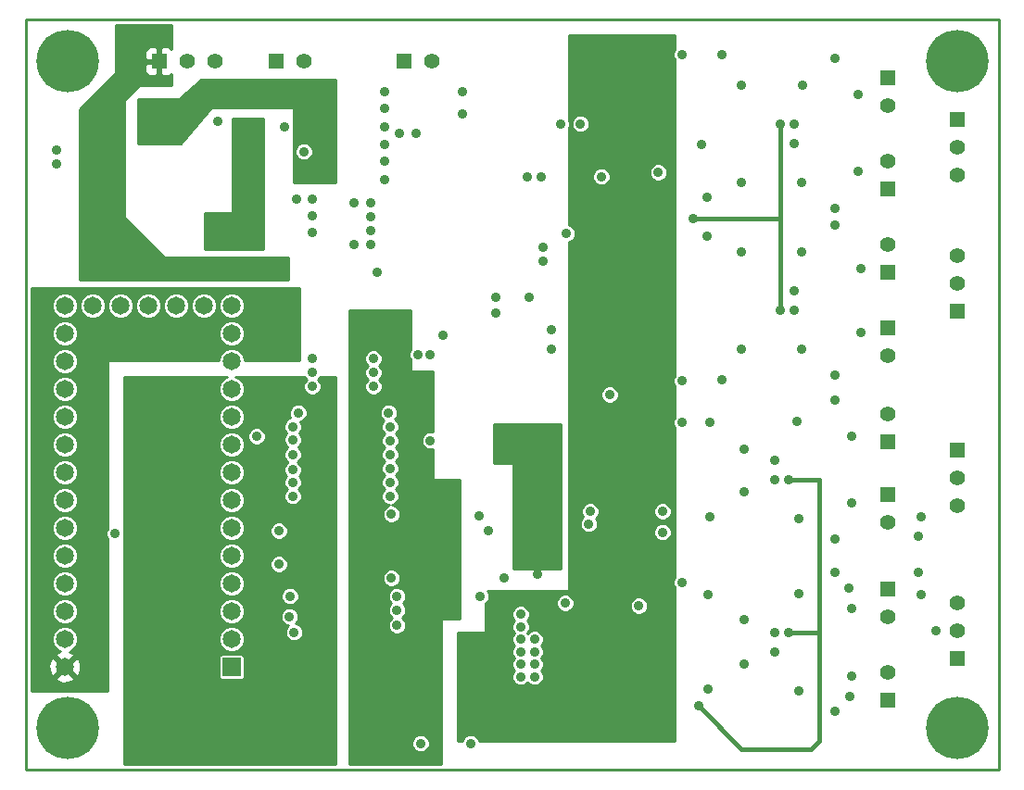
<source format=gbr>
G04 (created by PCBNEW (2013-07-07 BZR 4022)-stable) date 5/12/2015 8:03:53 AM*
%MOIN*%
G04 Gerber Fmt 3.4, Leading zero omitted, Abs format*
%FSLAX34Y34*%
G01*
G70*
G90*
G04 APERTURE LIST*
%ADD10C,0.006*%
%ADD11C,0.01*%
%ADD12C,0.035*%
%ADD13R,0.065X0.065*%
%ADD14C,0.065*%
%ADD15R,0.055X0.055*%
%ADD16C,0.055*%
%ADD17C,0.224409*%
%ADD18C,0.015*%
G04 APERTURE END LIST*
G54D10*
G54D11*
X38000Y-28000D02*
X73000Y-28000D01*
X38000Y-55000D02*
X38000Y-28000D01*
X73000Y-55000D02*
X38000Y-55000D01*
X73000Y-28000D02*
X73000Y-55000D01*
G54D12*
X55800Y-49850D03*
X55800Y-49400D03*
X55800Y-50300D03*
X55800Y-50750D03*
X55800Y-51650D03*
X55800Y-51200D03*
X56300Y-51200D03*
X56300Y-51650D03*
X56300Y-50750D03*
X56300Y-50300D03*
X56400Y-47950D03*
X56400Y-47050D03*
X56400Y-47500D03*
X56400Y-46150D03*
X56400Y-45700D03*
X56400Y-46600D03*
X56900Y-45150D03*
X42700Y-48800D03*
X42700Y-49300D03*
X42700Y-49800D03*
X42200Y-49800D03*
X42200Y-49300D03*
X42200Y-48800D03*
X56600Y-36700D03*
X56600Y-36200D03*
X57950Y-31750D03*
X57250Y-31750D03*
X50650Y-37100D03*
X56100Y-38000D03*
X56900Y-39850D03*
X56900Y-39150D03*
X50900Y-33100D03*
X50900Y-33750D03*
X52050Y-32100D03*
X51450Y-32100D03*
X50900Y-32500D03*
X50900Y-30600D03*
X50900Y-31200D03*
X50900Y-31850D03*
G54D13*
X45400Y-51300D03*
G54D14*
X45400Y-50300D03*
X45400Y-49300D03*
X45400Y-48300D03*
X45400Y-47300D03*
X45400Y-46300D03*
X45400Y-45300D03*
X45400Y-44300D03*
X45400Y-43300D03*
X45400Y-42300D03*
X45400Y-41300D03*
X45400Y-40300D03*
X45400Y-39300D03*
X45400Y-38300D03*
X44400Y-38300D03*
X43400Y-38300D03*
X42400Y-38300D03*
X41400Y-38300D03*
X40400Y-38300D03*
X39400Y-38300D03*
X39400Y-39300D03*
X39400Y-40300D03*
X39400Y-41300D03*
X39400Y-42300D03*
X39400Y-43300D03*
X39400Y-44300D03*
X39400Y-45300D03*
X39400Y-46300D03*
X39400Y-47300D03*
X39400Y-48300D03*
X39400Y-49300D03*
X39400Y-50300D03*
X39400Y-51300D03*
G54D15*
X42800Y-29500D03*
G54D16*
X43800Y-29500D03*
X44800Y-29500D03*
G54D15*
X71500Y-38500D03*
G54D16*
X71500Y-37500D03*
X71500Y-36500D03*
G54D15*
X71500Y-31600D03*
G54D16*
X71500Y-32600D03*
X71500Y-33600D03*
G54D15*
X71500Y-43500D03*
G54D16*
X71500Y-44500D03*
X71500Y-45500D03*
G54D15*
X71500Y-51000D03*
G54D16*
X71500Y-50000D03*
X71500Y-49000D03*
G54D15*
X47000Y-29500D03*
G54D16*
X48000Y-29500D03*
G54D15*
X51600Y-29500D03*
G54D16*
X52600Y-29500D03*
G54D15*
X69000Y-34092D03*
G54D16*
X69000Y-33107D03*
G54D15*
X69000Y-52492D03*
G54D16*
X69000Y-51507D03*
G54D15*
X69000Y-48507D03*
G54D16*
X69000Y-49492D03*
G54D15*
X69000Y-43192D03*
G54D16*
X69000Y-42207D03*
G54D15*
X69000Y-45107D03*
G54D16*
X69000Y-46092D03*
G54D15*
X69000Y-30107D03*
G54D16*
X69000Y-31092D03*
G54D15*
X69000Y-39107D03*
G54D16*
X69000Y-40092D03*
G54D15*
X69000Y-37092D03*
G54D16*
X69000Y-36107D03*
G54D12*
X48300Y-40700D03*
X48300Y-40200D03*
X48300Y-41200D03*
X50500Y-40200D03*
X50500Y-40700D03*
X50500Y-41200D03*
X45800Y-33600D03*
X45800Y-34200D03*
X45800Y-34800D03*
X44600Y-36000D03*
X45800Y-33000D03*
X45800Y-32400D03*
X45200Y-35200D03*
X44600Y-35200D03*
X45200Y-36000D03*
X45800Y-35400D03*
X45800Y-31800D03*
X45800Y-36000D03*
X48700Y-33200D03*
X48350Y-33600D03*
X49000Y-33600D03*
X47750Y-34450D03*
X48300Y-35050D03*
X48300Y-35650D03*
X48300Y-34450D03*
X50400Y-35600D03*
X50400Y-35100D03*
X49800Y-34600D03*
X50400Y-34600D03*
X49800Y-36100D03*
X50400Y-36100D03*
X46000Y-37100D03*
X46600Y-36700D03*
X47200Y-37100D03*
X48650Y-47000D03*
X48100Y-47000D03*
G54D17*
X71500Y-29500D03*
X71500Y-53500D03*
X39500Y-53500D03*
X39500Y-29500D03*
G54D12*
X39100Y-33200D03*
X39100Y-32700D03*
X42300Y-32100D03*
X42800Y-32100D03*
X43300Y-32100D03*
X42300Y-31100D03*
X42300Y-31600D03*
X53700Y-30600D03*
X53700Y-31400D03*
X54900Y-38550D03*
X54900Y-38000D03*
X51650Y-38700D03*
X51650Y-39200D03*
X52100Y-40050D03*
X52550Y-40050D03*
X50100Y-46950D03*
X50650Y-46950D03*
X52850Y-46850D03*
X53400Y-47400D03*
X52850Y-47400D03*
X56550Y-33650D03*
X56050Y-33650D03*
X58700Y-33650D03*
X57700Y-37050D03*
X58250Y-37050D03*
X58800Y-37050D03*
X46100Y-38600D03*
X46600Y-38600D03*
X47100Y-38600D03*
X41700Y-48800D03*
X41700Y-49300D03*
X41700Y-49800D03*
X54650Y-46400D03*
X56900Y-44250D03*
X56900Y-44700D03*
X52200Y-50350D03*
X50700Y-50850D03*
X60500Y-31900D03*
X61000Y-37750D03*
X60500Y-45100D03*
X60500Y-50900D03*
X58300Y-51100D03*
X59050Y-48950D03*
X54000Y-50400D03*
X52550Y-43150D03*
X54300Y-45850D03*
X51100Y-43150D03*
X67700Y-49186D03*
X67700Y-51613D03*
X63850Y-51200D03*
X63850Y-49600D03*
X65450Y-50050D03*
X62200Y-52700D03*
X65450Y-44550D03*
X67700Y-45400D03*
X67700Y-43000D03*
X63850Y-43450D03*
X60900Y-45700D03*
X63850Y-45000D03*
X60900Y-46450D03*
X68050Y-36950D03*
X68050Y-39250D03*
X60050Y-49100D03*
X62000Y-35150D03*
X65150Y-38450D03*
X65150Y-31750D03*
X60750Y-33500D03*
X62300Y-32500D03*
X67950Y-33450D03*
X67950Y-30700D03*
X51350Y-49250D03*
X54350Y-48750D03*
X51350Y-48750D03*
X57400Y-49000D03*
X51100Y-45150D03*
X51100Y-44650D03*
X51100Y-44150D03*
X51100Y-43650D03*
X55200Y-48100D03*
X51100Y-42650D03*
X48200Y-50850D03*
X47600Y-45150D03*
X47600Y-44650D03*
X46300Y-43000D03*
X47600Y-42650D03*
X41200Y-46500D03*
X47600Y-43113D03*
X47600Y-44200D03*
X47486Y-49486D03*
X47600Y-43650D03*
X47500Y-48750D03*
X47100Y-46400D03*
X47100Y-47600D03*
X47650Y-50050D03*
X47800Y-42150D03*
X70100Y-47900D03*
X70100Y-46600D03*
X59000Y-41500D03*
X61600Y-29250D03*
X63050Y-29250D03*
X67100Y-29400D03*
X67100Y-34800D03*
X65650Y-32450D03*
X62500Y-34400D03*
X62500Y-35800D03*
X61600Y-41000D03*
X63050Y-40950D03*
X65650Y-37750D03*
X67100Y-35400D03*
X67100Y-40800D03*
X67100Y-41700D03*
X67100Y-46700D03*
X64950Y-43845D03*
X62600Y-45900D03*
X62600Y-42500D03*
X61600Y-42500D03*
X70200Y-45900D03*
X70200Y-48700D03*
X67650Y-52350D03*
X67100Y-52900D03*
X67100Y-47900D03*
X67600Y-48450D03*
X62550Y-52100D03*
X62550Y-48700D03*
X61600Y-48250D03*
X64950Y-50754D03*
X54000Y-54050D03*
X52200Y-54050D03*
X56050Y-43800D03*
X56050Y-42800D03*
X55200Y-43800D03*
X55200Y-42800D03*
X51350Y-49800D03*
X51150Y-48100D03*
X51150Y-45800D03*
X51050Y-42150D03*
X48000Y-32750D03*
X44900Y-31650D03*
X64950Y-50050D03*
X65800Y-48650D03*
X65800Y-52150D03*
X64950Y-44550D03*
X65800Y-45950D03*
X65750Y-42450D03*
X65650Y-38450D03*
X65900Y-36350D03*
X65900Y-39850D03*
X63750Y-39850D03*
X63750Y-36350D03*
X65900Y-33850D03*
X65950Y-30350D03*
X63750Y-30350D03*
X63750Y-33850D03*
X65650Y-31750D03*
X70750Y-50000D03*
X58300Y-45700D03*
X58250Y-46150D03*
X47300Y-31850D03*
X57450Y-35700D03*
X53000Y-39350D03*
G54D18*
X66550Y-50050D02*
X65450Y-50050D01*
X62200Y-52700D02*
X63750Y-54250D01*
X65300Y-54250D02*
X66250Y-54250D01*
X66250Y-54250D02*
X66550Y-53950D01*
X66550Y-53950D02*
X66550Y-50050D01*
X66550Y-50050D02*
X66550Y-44550D01*
X66550Y-44550D02*
X65450Y-44550D01*
X63750Y-54250D02*
X65300Y-54250D01*
X65150Y-38450D02*
X65150Y-35150D01*
X62000Y-35150D02*
X65150Y-35150D01*
X65150Y-35150D02*
X65150Y-31750D01*
G54D10*
G36*
X46550Y-36250D02*
X44450Y-36250D01*
X44450Y-34950D01*
X45450Y-34950D01*
X45450Y-31550D01*
X46550Y-31550D01*
X46550Y-36250D01*
X46550Y-36250D01*
G37*
G54D11*
X46550Y-36250D02*
X44450Y-36250D01*
X44450Y-34950D01*
X45450Y-34950D01*
X45450Y-31550D01*
X46550Y-31550D01*
X46550Y-36250D01*
G54D10*
G36*
X47450Y-37350D02*
X39950Y-37350D01*
X39950Y-31600D01*
X39950Y-31220D01*
X41250Y-29920D01*
X41250Y-28600D01*
X41250Y-28200D01*
X43250Y-28200D01*
X43250Y-29046D01*
X43216Y-29012D01*
X43124Y-28974D01*
X42912Y-28975D01*
X42850Y-29037D01*
X42850Y-29450D01*
X42857Y-29450D01*
X42857Y-29550D01*
X42850Y-29550D01*
X42850Y-29962D01*
X42912Y-30025D01*
X43124Y-30025D01*
X43216Y-29987D01*
X43250Y-29953D01*
X43250Y-30350D01*
X42750Y-30350D01*
X42750Y-29962D01*
X42750Y-29550D01*
X42750Y-29450D01*
X42750Y-29037D01*
X42687Y-28975D01*
X42475Y-28974D01*
X42383Y-29012D01*
X42313Y-29083D01*
X42275Y-29175D01*
X42274Y-29274D01*
X42275Y-29387D01*
X42337Y-29450D01*
X42750Y-29450D01*
X42750Y-29550D01*
X42337Y-29550D01*
X42275Y-29612D01*
X42274Y-29725D01*
X42275Y-29824D01*
X42313Y-29916D01*
X42383Y-29987D01*
X42475Y-30025D01*
X42687Y-30025D01*
X42750Y-29962D01*
X42750Y-30350D01*
X42079Y-30350D01*
X41550Y-30879D01*
X41550Y-35120D01*
X42979Y-36550D01*
X47450Y-36550D01*
X47450Y-37350D01*
X47450Y-37350D01*
G37*
G54D11*
X47450Y-37350D02*
X39950Y-37350D01*
X39950Y-31600D01*
X39950Y-31220D01*
X41250Y-29920D01*
X41250Y-28600D01*
X41250Y-28200D01*
X43250Y-28200D01*
X43250Y-29046D01*
X43216Y-29012D01*
X43124Y-28974D01*
X42912Y-28975D01*
X42850Y-29037D01*
X42850Y-29450D01*
X42857Y-29450D01*
X42857Y-29550D01*
X42850Y-29550D01*
X42850Y-29962D01*
X42912Y-30025D01*
X43124Y-30025D01*
X43216Y-29987D01*
X43250Y-29953D01*
X43250Y-30350D01*
X42750Y-30350D01*
X42750Y-29962D01*
X42750Y-29550D01*
X42750Y-29450D01*
X42750Y-29037D01*
X42687Y-28975D01*
X42475Y-28974D01*
X42383Y-29012D01*
X42313Y-29083D01*
X42275Y-29175D01*
X42274Y-29274D01*
X42275Y-29387D01*
X42337Y-29450D01*
X42750Y-29450D01*
X42750Y-29550D01*
X42337Y-29550D01*
X42275Y-29612D01*
X42274Y-29725D01*
X42275Y-29824D01*
X42313Y-29916D01*
X42383Y-29987D01*
X42475Y-30025D01*
X42687Y-30025D01*
X42750Y-29962D01*
X42750Y-30350D01*
X42079Y-30350D01*
X41550Y-30879D01*
X41550Y-35120D01*
X42979Y-36550D01*
X47450Y-36550D01*
X47450Y-37350D01*
G54D10*
G36*
X49150Y-33850D02*
X48325Y-33850D01*
X48325Y-32685D01*
X48275Y-32566D01*
X48184Y-32474D01*
X48064Y-32425D01*
X47935Y-32424D01*
X47816Y-32474D01*
X47724Y-32565D01*
X47675Y-32685D01*
X47674Y-32814D01*
X47724Y-32933D01*
X47815Y-33025D01*
X47935Y-33074D01*
X48064Y-33075D01*
X48183Y-33025D01*
X48275Y-32934D01*
X48324Y-32814D01*
X48325Y-32685D01*
X48325Y-33850D01*
X47650Y-33850D01*
X47650Y-31150D01*
X44676Y-31150D01*
X43576Y-32450D01*
X42050Y-32450D01*
X42050Y-30850D01*
X43518Y-30850D01*
X44318Y-30150D01*
X49150Y-30150D01*
X49150Y-33850D01*
X49150Y-33850D01*
G37*
G54D11*
X49150Y-33850D02*
X48325Y-33850D01*
X48325Y-32685D01*
X48275Y-32566D01*
X48184Y-32474D01*
X48064Y-32425D01*
X47935Y-32424D01*
X47816Y-32474D01*
X47724Y-32565D01*
X47675Y-32685D01*
X47674Y-32814D01*
X47724Y-32933D01*
X47815Y-33025D01*
X47935Y-33074D01*
X48064Y-33075D01*
X48183Y-33025D01*
X48275Y-32934D01*
X48324Y-32814D01*
X48325Y-32685D01*
X48325Y-33850D01*
X47650Y-33850D01*
X47650Y-31150D01*
X44676Y-31150D01*
X43576Y-32450D01*
X42050Y-32450D01*
X42050Y-30850D01*
X43518Y-30850D01*
X44318Y-30150D01*
X49150Y-30150D01*
X49150Y-33850D01*
G54D10*
G36*
X53600Y-49550D02*
X52950Y-49550D01*
X52950Y-54800D01*
X52525Y-54800D01*
X52525Y-53985D01*
X52475Y-53866D01*
X52384Y-53774D01*
X52264Y-53725D01*
X52135Y-53724D01*
X52016Y-53774D01*
X51924Y-53865D01*
X51875Y-53985D01*
X51874Y-54114D01*
X51924Y-54233D01*
X52015Y-54325D01*
X52135Y-54374D01*
X52264Y-54375D01*
X52383Y-54325D01*
X52475Y-54234D01*
X52524Y-54114D01*
X52525Y-53985D01*
X52525Y-54800D01*
X51675Y-54800D01*
X51675Y-49735D01*
X51625Y-49616D01*
X51534Y-49524D01*
X51625Y-49434D01*
X51674Y-49314D01*
X51675Y-49185D01*
X51625Y-49066D01*
X51559Y-48999D01*
X51625Y-48934D01*
X51674Y-48814D01*
X51675Y-48685D01*
X51625Y-48566D01*
X51534Y-48474D01*
X51475Y-48450D01*
X51475Y-48035D01*
X51475Y-45735D01*
X51425Y-45616D01*
X51334Y-45524D01*
X51214Y-45475D01*
X51164Y-45475D01*
X51283Y-45425D01*
X51375Y-45334D01*
X51424Y-45214D01*
X51425Y-45085D01*
X51375Y-44966D01*
X51309Y-44899D01*
X51375Y-44834D01*
X51424Y-44714D01*
X51425Y-44585D01*
X51375Y-44466D01*
X51309Y-44399D01*
X51375Y-44334D01*
X51424Y-44214D01*
X51425Y-44085D01*
X51375Y-43966D01*
X51309Y-43899D01*
X51375Y-43834D01*
X51424Y-43714D01*
X51425Y-43585D01*
X51375Y-43466D01*
X51309Y-43399D01*
X51375Y-43334D01*
X51424Y-43214D01*
X51425Y-43085D01*
X51375Y-42966D01*
X51309Y-42899D01*
X51375Y-42834D01*
X51424Y-42714D01*
X51425Y-42585D01*
X51375Y-42466D01*
X51284Y-42374D01*
X51325Y-42334D01*
X51374Y-42214D01*
X51375Y-42085D01*
X51325Y-41966D01*
X51234Y-41874D01*
X51114Y-41825D01*
X50985Y-41824D01*
X50866Y-41874D01*
X50825Y-41915D01*
X50825Y-41135D01*
X50775Y-41016D01*
X50709Y-40949D01*
X50775Y-40884D01*
X50824Y-40764D01*
X50825Y-40635D01*
X50775Y-40516D01*
X50709Y-40449D01*
X50775Y-40384D01*
X50824Y-40264D01*
X50825Y-40135D01*
X50775Y-40016D01*
X50684Y-39924D01*
X50564Y-39875D01*
X50435Y-39874D01*
X50316Y-39924D01*
X50224Y-40015D01*
X50175Y-40135D01*
X50174Y-40264D01*
X50224Y-40383D01*
X50290Y-40450D01*
X50224Y-40515D01*
X50175Y-40635D01*
X50174Y-40764D01*
X50224Y-40883D01*
X50290Y-40950D01*
X50224Y-41015D01*
X50175Y-41135D01*
X50174Y-41264D01*
X50224Y-41383D01*
X50315Y-41475D01*
X50435Y-41524D01*
X50564Y-41525D01*
X50683Y-41475D01*
X50775Y-41384D01*
X50824Y-41264D01*
X50825Y-41135D01*
X50825Y-41915D01*
X50774Y-41965D01*
X50725Y-42085D01*
X50724Y-42214D01*
X50774Y-42333D01*
X50865Y-42425D01*
X50824Y-42465D01*
X50775Y-42585D01*
X50774Y-42714D01*
X50824Y-42833D01*
X50890Y-42900D01*
X50824Y-42965D01*
X50775Y-43085D01*
X50774Y-43214D01*
X50824Y-43333D01*
X50890Y-43400D01*
X50824Y-43465D01*
X50775Y-43585D01*
X50774Y-43714D01*
X50824Y-43833D01*
X50890Y-43900D01*
X50824Y-43965D01*
X50775Y-44085D01*
X50774Y-44214D01*
X50824Y-44333D01*
X50890Y-44400D01*
X50824Y-44465D01*
X50775Y-44585D01*
X50774Y-44714D01*
X50824Y-44833D01*
X50890Y-44900D01*
X50824Y-44965D01*
X50775Y-45085D01*
X50774Y-45214D01*
X50824Y-45333D01*
X50915Y-45425D01*
X51035Y-45474D01*
X51085Y-45474D01*
X50966Y-45524D01*
X50874Y-45615D01*
X50825Y-45735D01*
X50824Y-45864D01*
X50874Y-45983D01*
X50965Y-46075D01*
X51085Y-46124D01*
X51214Y-46125D01*
X51333Y-46075D01*
X51425Y-45984D01*
X51474Y-45864D01*
X51475Y-45735D01*
X51475Y-48035D01*
X51425Y-47916D01*
X51334Y-47824D01*
X51214Y-47775D01*
X51085Y-47774D01*
X50966Y-47824D01*
X50874Y-47915D01*
X50825Y-48035D01*
X50824Y-48164D01*
X50874Y-48283D01*
X50965Y-48375D01*
X51085Y-48424D01*
X51214Y-48425D01*
X51333Y-48375D01*
X51425Y-48284D01*
X51474Y-48164D01*
X51475Y-48035D01*
X51475Y-48450D01*
X51414Y-48425D01*
X51285Y-48424D01*
X51166Y-48474D01*
X51074Y-48565D01*
X51025Y-48685D01*
X51024Y-48814D01*
X51074Y-48933D01*
X51140Y-49000D01*
X51074Y-49065D01*
X51025Y-49185D01*
X51024Y-49314D01*
X51074Y-49433D01*
X51165Y-49525D01*
X51074Y-49615D01*
X51025Y-49735D01*
X51024Y-49864D01*
X51074Y-49983D01*
X51165Y-50075D01*
X51285Y-50124D01*
X51414Y-50125D01*
X51533Y-50075D01*
X51625Y-49984D01*
X51674Y-49864D01*
X51675Y-49735D01*
X51675Y-54800D01*
X49650Y-54800D01*
X49650Y-38450D01*
X51850Y-38450D01*
X51850Y-39840D01*
X51824Y-39865D01*
X51775Y-39985D01*
X51774Y-40114D01*
X51824Y-40233D01*
X51850Y-40259D01*
X51850Y-40650D01*
X52650Y-40650D01*
X52650Y-42839D01*
X52614Y-42825D01*
X52485Y-42824D01*
X52366Y-42874D01*
X52274Y-42965D01*
X52225Y-43085D01*
X52224Y-43214D01*
X52274Y-43333D01*
X52365Y-43425D01*
X52485Y-43474D01*
X52614Y-43475D01*
X52650Y-43460D01*
X52650Y-44550D01*
X53600Y-44550D01*
X53600Y-49550D01*
X53600Y-49550D01*
G37*
G54D11*
X53600Y-49550D02*
X52950Y-49550D01*
X52950Y-54800D01*
X52525Y-54800D01*
X52525Y-53985D01*
X52475Y-53866D01*
X52384Y-53774D01*
X52264Y-53725D01*
X52135Y-53724D01*
X52016Y-53774D01*
X51924Y-53865D01*
X51875Y-53985D01*
X51874Y-54114D01*
X51924Y-54233D01*
X52015Y-54325D01*
X52135Y-54374D01*
X52264Y-54375D01*
X52383Y-54325D01*
X52475Y-54234D01*
X52524Y-54114D01*
X52525Y-53985D01*
X52525Y-54800D01*
X51675Y-54800D01*
X51675Y-49735D01*
X51625Y-49616D01*
X51534Y-49524D01*
X51625Y-49434D01*
X51674Y-49314D01*
X51675Y-49185D01*
X51625Y-49066D01*
X51559Y-48999D01*
X51625Y-48934D01*
X51674Y-48814D01*
X51675Y-48685D01*
X51625Y-48566D01*
X51534Y-48474D01*
X51475Y-48450D01*
X51475Y-48035D01*
X51475Y-45735D01*
X51425Y-45616D01*
X51334Y-45524D01*
X51214Y-45475D01*
X51164Y-45475D01*
X51283Y-45425D01*
X51375Y-45334D01*
X51424Y-45214D01*
X51425Y-45085D01*
X51375Y-44966D01*
X51309Y-44899D01*
X51375Y-44834D01*
X51424Y-44714D01*
X51425Y-44585D01*
X51375Y-44466D01*
X51309Y-44399D01*
X51375Y-44334D01*
X51424Y-44214D01*
X51425Y-44085D01*
X51375Y-43966D01*
X51309Y-43899D01*
X51375Y-43834D01*
X51424Y-43714D01*
X51425Y-43585D01*
X51375Y-43466D01*
X51309Y-43399D01*
X51375Y-43334D01*
X51424Y-43214D01*
X51425Y-43085D01*
X51375Y-42966D01*
X51309Y-42899D01*
X51375Y-42834D01*
X51424Y-42714D01*
X51425Y-42585D01*
X51375Y-42466D01*
X51284Y-42374D01*
X51325Y-42334D01*
X51374Y-42214D01*
X51375Y-42085D01*
X51325Y-41966D01*
X51234Y-41874D01*
X51114Y-41825D01*
X50985Y-41824D01*
X50866Y-41874D01*
X50825Y-41915D01*
X50825Y-41135D01*
X50775Y-41016D01*
X50709Y-40949D01*
X50775Y-40884D01*
X50824Y-40764D01*
X50825Y-40635D01*
X50775Y-40516D01*
X50709Y-40449D01*
X50775Y-40384D01*
X50824Y-40264D01*
X50825Y-40135D01*
X50775Y-40016D01*
X50684Y-39924D01*
X50564Y-39875D01*
X50435Y-39874D01*
X50316Y-39924D01*
X50224Y-40015D01*
X50175Y-40135D01*
X50174Y-40264D01*
X50224Y-40383D01*
X50290Y-40450D01*
X50224Y-40515D01*
X50175Y-40635D01*
X50174Y-40764D01*
X50224Y-40883D01*
X50290Y-40950D01*
X50224Y-41015D01*
X50175Y-41135D01*
X50174Y-41264D01*
X50224Y-41383D01*
X50315Y-41475D01*
X50435Y-41524D01*
X50564Y-41525D01*
X50683Y-41475D01*
X50775Y-41384D01*
X50824Y-41264D01*
X50825Y-41135D01*
X50825Y-41915D01*
X50774Y-41965D01*
X50725Y-42085D01*
X50724Y-42214D01*
X50774Y-42333D01*
X50865Y-42425D01*
X50824Y-42465D01*
X50775Y-42585D01*
X50774Y-42714D01*
X50824Y-42833D01*
X50890Y-42900D01*
X50824Y-42965D01*
X50775Y-43085D01*
X50774Y-43214D01*
X50824Y-43333D01*
X50890Y-43400D01*
X50824Y-43465D01*
X50775Y-43585D01*
X50774Y-43714D01*
X50824Y-43833D01*
X50890Y-43900D01*
X50824Y-43965D01*
X50775Y-44085D01*
X50774Y-44214D01*
X50824Y-44333D01*
X50890Y-44400D01*
X50824Y-44465D01*
X50775Y-44585D01*
X50774Y-44714D01*
X50824Y-44833D01*
X50890Y-44900D01*
X50824Y-44965D01*
X50775Y-45085D01*
X50774Y-45214D01*
X50824Y-45333D01*
X50915Y-45425D01*
X51035Y-45474D01*
X51085Y-45474D01*
X50966Y-45524D01*
X50874Y-45615D01*
X50825Y-45735D01*
X50824Y-45864D01*
X50874Y-45983D01*
X50965Y-46075D01*
X51085Y-46124D01*
X51214Y-46125D01*
X51333Y-46075D01*
X51425Y-45984D01*
X51474Y-45864D01*
X51475Y-45735D01*
X51475Y-48035D01*
X51425Y-47916D01*
X51334Y-47824D01*
X51214Y-47775D01*
X51085Y-47774D01*
X50966Y-47824D01*
X50874Y-47915D01*
X50825Y-48035D01*
X50824Y-48164D01*
X50874Y-48283D01*
X50965Y-48375D01*
X51085Y-48424D01*
X51214Y-48425D01*
X51333Y-48375D01*
X51425Y-48284D01*
X51474Y-48164D01*
X51475Y-48035D01*
X51475Y-48450D01*
X51414Y-48425D01*
X51285Y-48424D01*
X51166Y-48474D01*
X51074Y-48565D01*
X51025Y-48685D01*
X51024Y-48814D01*
X51074Y-48933D01*
X51140Y-49000D01*
X51074Y-49065D01*
X51025Y-49185D01*
X51024Y-49314D01*
X51074Y-49433D01*
X51165Y-49525D01*
X51074Y-49615D01*
X51025Y-49735D01*
X51024Y-49864D01*
X51074Y-49983D01*
X51165Y-50075D01*
X51285Y-50124D01*
X51414Y-50125D01*
X51533Y-50075D01*
X51625Y-49984D01*
X51674Y-49864D01*
X51675Y-49735D01*
X51675Y-54800D01*
X49650Y-54800D01*
X49650Y-38450D01*
X51850Y-38450D01*
X51850Y-39840D01*
X51824Y-39865D01*
X51775Y-39985D01*
X51774Y-40114D01*
X51824Y-40233D01*
X51850Y-40259D01*
X51850Y-40650D01*
X52650Y-40650D01*
X52650Y-42839D01*
X52614Y-42825D01*
X52485Y-42824D01*
X52366Y-42874D01*
X52274Y-42965D01*
X52225Y-43085D01*
X52224Y-43214D01*
X52274Y-43333D01*
X52365Y-43425D01*
X52485Y-43474D01*
X52614Y-43475D01*
X52650Y-43460D01*
X52650Y-44550D01*
X53600Y-44550D01*
X53600Y-49550D01*
G54D10*
G36*
X61350Y-53950D02*
X61225Y-53950D01*
X61225Y-46385D01*
X61225Y-45635D01*
X61175Y-45516D01*
X61084Y-45424D01*
X61075Y-45420D01*
X61075Y-33435D01*
X61025Y-33316D01*
X60934Y-33224D01*
X60814Y-33175D01*
X60685Y-33174D01*
X60566Y-33224D01*
X60474Y-33315D01*
X60425Y-33435D01*
X60424Y-33564D01*
X60474Y-33683D01*
X60565Y-33775D01*
X60685Y-33824D01*
X60814Y-33825D01*
X60933Y-33775D01*
X61025Y-33684D01*
X61074Y-33564D01*
X61075Y-33435D01*
X61075Y-45420D01*
X60964Y-45375D01*
X60835Y-45374D01*
X60716Y-45424D01*
X60624Y-45515D01*
X60575Y-45635D01*
X60574Y-45764D01*
X60624Y-45883D01*
X60715Y-45975D01*
X60835Y-46024D01*
X60964Y-46025D01*
X61083Y-45975D01*
X61175Y-45884D01*
X61224Y-45764D01*
X61225Y-45635D01*
X61225Y-46385D01*
X61175Y-46266D01*
X61084Y-46174D01*
X60964Y-46125D01*
X60835Y-46124D01*
X60716Y-46174D01*
X60624Y-46265D01*
X60575Y-46385D01*
X60574Y-46514D01*
X60624Y-46633D01*
X60715Y-46725D01*
X60835Y-46774D01*
X60964Y-46775D01*
X61083Y-46725D01*
X61175Y-46634D01*
X61224Y-46514D01*
X61225Y-46385D01*
X61225Y-53950D01*
X60375Y-53950D01*
X60375Y-49035D01*
X60325Y-48916D01*
X60234Y-48824D01*
X60114Y-48775D01*
X59985Y-48774D01*
X59866Y-48824D01*
X59774Y-48915D01*
X59725Y-49035D01*
X59724Y-49164D01*
X59774Y-49283D01*
X59865Y-49375D01*
X59985Y-49424D01*
X60114Y-49425D01*
X60233Y-49375D01*
X60325Y-49284D01*
X60374Y-49164D01*
X60375Y-49035D01*
X60375Y-53950D01*
X59325Y-53950D01*
X59325Y-41435D01*
X59275Y-41316D01*
X59184Y-41224D01*
X59064Y-41175D01*
X59025Y-41175D01*
X59025Y-33585D01*
X58975Y-33466D01*
X58884Y-33374D01*
X58764Y-33325D01*
X58635Y-33324D01*
X58516Y-33374D01*
X58424Y-33465D01*
X58375Y-33585D01*
X58374Y-33714D01*
X58424Y-33833D01*
X58515Y-33925D01*
X58635Y-33974D01*
X58764Y-33975D01*
X58883Y-33925D01*
X58975Y-33834D01*
X59024Y-33714D01*
X59025Y-33585D01*
X59025Y-41175D01*
X58935Y-41174D01*
X58816Y-41224D01*
X58724Y-41315D01*
X58675Y-41435D01*
X58674Y-41564D01*
X58724Y-41683D01*
X58815Y-41775D01*
X58935Y-41824D01*
X59064Y-41825D01*
X59183Y-41775D01*
X59275Y-41684D01*
X59324Y-41564D01*
X59325Y-41435D01*
X59325Y-53950D01*
X58625Y-53950D01*
X58625Y-45635D01*
X58575Y-45516D01*
X58484Y-45424D01*
X58364Y-45375D01*
X58275Y-45374D01*
X58275Y-31685D01*
X58225Y-31566D01*
X58134Y-31474D01*
X58014Y-31425D01*
X57885Y-31424D01*
X57766Y-31474D01*
X57674Y-31565D01*
X57625Y-31685D01*
X57624Y-31814D01*
X57674Y-31933D01*
X57765Y-32025D01*
X57885Y-32074D01*
X58014Y-32075D01*
X58133Y-32025D01*
X58225Y-31934D01*
X58274Y-31814D01*
X58275Y-31685D01*
X58275Y-45374D01*
X58235Y-45374D01*
X58116Y-45424D01*
X58024Y-45515D01*
X57975Y-45635D01*
X57974Y-45764D01*
X58024Y-45883D01*
X58040Y-45899D01*
X57974Y-45965D01*
X57925Y-46085D01*
X57924Y-46214D01*
X57974Y-46333D01*
X58065Y-46425D01*
X58185Y-46474D01*
X58314Y-46475D01*
X58433Y-46425D01*
X58525Y-46334D01*
X58574Y-46214D01*
X58575Y-46085D01*
X58525Y-45966D01*
X58509Y-45950D01*
X58575Y-45884D01*
X58624Y-45764D01*
X58625Y-45635D01*
X58625Y-53950D01*
X57725Y-53950D01*
X57725Y-48935D01*
X57675Y-48816D01*
X57584Y-48724D01*
X57464Y-48675D01*
X57335Y-48674D01*
X57216Y-48724D01*
X57124Y-48815D01*
X57075Y-48935D01*
X57074Y-49064D01*
X57124Y-49183D01*
X57215Y-49275D01*
X57335Y-49324D01*
X57464Y-49325D01*
X57583Y-49275D01*
X57675Y-49184D01*
X57724Y-49064D01*
X57725Y-48935D01*
X57725Y-53950D01*
X56625Y-53950D01*
X56625Y-51585D01*
X56575Y-51466D01*
X56534Y-51425D01*
X56575Y-51384D01*
X56624Y-51264D01*
X56625Y-51135D01*
X56575Y-51016D01*
X56534Y-50975D01*
X56575Y-50934D01*
X56624Y-50814D01*
X56625Y-50685D01*
X56575Y-50566D01*
X56534Y-50525D01*
X56575Y-50484D01*
X56624Y-50364D01*
X56625Y-50235D01*
X56575Y-50116D01*
X56484Y-50024D01*
X56364Y-49975D01*
X56235Y-49974D01*
X56116Y-50024D01*
X56049Y-50090D01*
X56034Y-50075D01*
X56075Y-50034D01*
X56124Y-49914D01*
X56125Y-49785D01*
X56075Y-49666D01*
X56034Y-49625D01*
X56075Y-49584D01*
X56124Y-49464D01*
X56125Y-49335D01*
X56075Y-49216D01*
X55984Y-49124D01*
X55864Y-49075D01*
X55735Y-49074D01*
X55616Y-49124D01*
X55524Y-49215D01*
X55475Y-49335D01*
X55474Y-49464D01*
X55524Y-49583D01*
X55565Y-49624D01*
X55524Y-49665D01*
X55475Y-49785D01*
X55474Y-49914D01*
X55524Y-50033D01*
X55565Y-50074D01*
X55524Y-50115D01*
X55475Y-50235D01*
X55474Y-50364D01*
X55524Y-50483D01*
X55565Y-50524D01*
X55524Y-50565D01*
X55475Y-50685D01*
X55474Y-50814D01*
X55524Y-50933D01*
X55565Y-50974D01*
X55524Y-51015D01*
X55475Y-51135D01*
X55474Y-51264D01*
X55524Y-51383D01*
X55565Y-51424D01*
X55524Y-51465D01*
X55475Y-51585D01*
X55474Y-51714D01*
X55524Y-51833D01*
X55615Y-51925D01*
X55735Y-51974D01*
X55864Y-51975D01*
X55983Y-51925D01*
X56050Y-51859D01*
X56115Y-51925D01*
X56235Y-51974D01*
X56364Y-51975D01*
X56483Y-51925D01*
X56575Y-51834D01*
X56624Y-51714D01*
X56625Y-51585D01*
X56625Y-53950D01*
X54310Y-53950D01*
X54275Y-53866D01*
X54184Y-53774D01*
X54064Y-53725D01*
X53935Y-53724D01*
X53816Y-53774D01*
X53724Y-53865D01*
X53689Y-53950D01*
X53550Y-53950D01*
X53550Y-50050D01*
X54550Y-50050D01*
X54550Y-49009D01*
X54625Y-48934D01*
X54674Y-48814D01*
X54675Y-48685D01*
X54625Y-48566D01*
X54609Y-48550D01*
X57550Y-48550D01*
X57550Y-36010D01*
X57633Y-35975D01*
X57725Y-35884D01*
X57774Y-35764D01*
X57775Y-35635D01*
X57725Y-35516D01*
X57634Y-35424D01*
X57550Y-35389D01*
X57550Y-31874D01*
X57574Y-31814D01*
X57575Y-31685D01*
X57550Y-31624D01*
X57550Y-28550D01*
X61350Y-28550D01*
X61350Y-29040D01*
X61324Y-29065D01*
X61275Y-29185D01*
X61274Y-29314D01*
X61324Y-29433D01*
X61350Y-29459D01*
X61350Y-40790D01*
X61324Y-40815D01*
X61275Y-40935D01*
X61274Y-41064D01*
X61324Y-41183D01*
X61350Y-41209D01*
X61350Y-42290D01*
X61324Y-42315D01*
X61275Y-42435D01*
X61274Y-42564D01*
X61324Y-42683D01*
X61350Y-42709D01*
X61350Y-48040D01*
X61324Y-48065D01*
X61275Y-48185D01*
X61274Y-48314D01*
X61324Y-48433D01*
X61350Y-48459D01*
X61350Y-53950D01*
X61350Y-53950D01*
G37*
G54D11*
X61350Y-53950D02*
X61225Y-53950D01*
X61225Y-46385D01*
X61225Y-45635D01*
X61175Y-45516D01*
X61084Y-45424D01*
X61075Y-45420D01*
X61075Y-33435D01*
X61025Y-33316D01*
X60934Y-33224D01*
X60814Y-33175D01*
X60685Y-33174D01*
X60566Y-33224D01*
X60474Y-33315D01*
X60425Y-33435D01*
X60424Y-33564D01*
X60474Y-33683D01*
X60565Y-33775D01*
X60685Y-33824D01*
X60814Y-33825D01*
X60933Y-33775D01*
X61025Y-33684D01*
X61074Y-33564D01*
X61075Y-33435D01*
X61075Y-45420D01*
X60964Y-45375D01*
X60835Y-45374D01*
X60716Y-45424D01*
X60624Y-45515D01*
X60575Y-45635D01*
X60574Y-45764D01*
X60624Y-45883D01*
X60715Y-45975D01*
X60835Y-46024D01*
X60964Y-46025D01*
X61083Y-45975D01*
X61175Y-45884D01*
X61224Y-45764D01*
X61225Y-45635D01*
X61225Y-46385D01*
X61175Y-46266D01*
X61084Y-46174D01*
X60964Y-46125D01*
X60835Y-46124D01*
X60716Y-46174D01*
X60624Y-46265D01*
X60575Y-46385D01*
X60574Y-46514D01*
X60624Y-46633D01*
X60715Y-46725D01*
X60835Y-46774D01*
X60964Y-46775D01*
X61083Y-46725D01*
X61175Y-46634D01*
X61224Y-46514D01*
X61225Y-46385D01*
X61225Y-53950D01*
X60375Y-53950D01*
X60375Y-49035D01*
X60325Y-48916D01*
X60234Y-48824D01*
X60114Y-48775D01*
X59985Y-48774D01*
X59866Y-48824D01*
X59774Y-48915D01*
X59725Y-49035D01*
X59724Y-49164D01*
X59774Y-49283D01*
X59865Y-49375D01*
X59985Y-49424D01*
X60114Y-49425D01*
X60233Y-49375D01*
X60325Y-49284D01*
X60374Y-49164D01*
X60375Y-49035D01*
X60375Y-53950D01*
X59325Y-53950D01*
X59325Y-41435D01*
X59275Y-41316D01*
X59184Y-41224D01*
X59064Y-41175D01*
X59025Y-41175D01*
X59025Y-33585D01*
X58975Y-33466D01*
X58884Y-33374D01*
X58764Y-33325D01*
X58635Y-33324D01*
X58516Y-33374D01*
X58424Y-33465D01*
X58375Y-33585D01*
X58374Y-33714D01*
X58424Y-33833D01*
X58515Y-33925D01*
X58635Y-33974D01*
X58764Y-33975D01*
X58883Y-33925D01*
X58975Y-33834D01*
X59024Y-33714D01*
X59025Y-33585D01*
X59025Y-41175D01*
X58935Y-41174D01*
X58816Y-41224D01*
X58724Y-41315D01*
X58675Y-41435D01*
X58674Y-41564D01*
X58724Y-41683D01*
X58815Y-41775D01*
X58935Y-41824D01*
X59064Y-41825D01*
X59183Y-41775D01*
X59275Y-41684D01*
X59324Y-41564D01*
X59325Y-41435D01*
X59325Y-53950D01*
X58625Y-53950D01*
X58625Y-45635D01*
X58575Y-45516D01*
X58484Y-45424D01*
X58364Y-45375D01*
X58275Y-45374D01*
X58275Y-31685D01*
X58225Y-31566D01*
X58134Y-31474D01*
X58014Y-31425D01*
X57885Y-31424D01*
X57766Y-31474D01*
X57674Y-31565D01*
X57625Y-31685D01*
X57624Y-31814D01*
X57674Y-31933D01*
X57765Y-32025D01*
X57885Y-32074D01*
X58014Y-32075D01*
X58133Y-32025D01*
X58225Y-31934D01*
X58274Y-31814D01*
X58275Y-31685D01*
X58275Y-45374D01*
X58235Y-45374D01*
X58116Y-45424D01*
X58024Y-45515D01*
X57975Y-45635D01*
X57974Y-45764D01*
X58024Y-45883D01*
X58040Y-45899D01*
X57974Y-45965D01*
X57925Y-46085D01*
X57924Y-46214D01*
X57974Y-46333D01*
X58065Y-46425D01*
X58185Y-46474D01*
X58314Y-46475D01*
X58433Y-46425D01*
X58525Y-46334D01*
X58574Y-46214D01*
X58575Y-46085D01*
X58525Y-45966D01*
X58509Y-45950D01*
X58575Y-45884D01*
X58624Y-45764D01*
X58625Y-45635D01*
X58625Y-53950D01*
X57725Y-53950D01*
X57725Y-48935D01*
X57675Y-48816D01*
X57584Y-48724D01*
X57464Y-48675D01*
X57335Y-48674D01*
X57216Y-48724D01*
X57124Y-48815D01*
X57075Y-48935D01*
X57074Y-49064D01*
X57124Y-49183D01*
X57215Y-49275D01*
X57335Y-49324D01*
X57464Y-49325D01*
X57583Y-49275D01*
X57675Y-49184D01*
X57724Y-49064D01*
X57725Y-48935D01*
X57725Y-53950D01*
X56625Y-53950D01*
X56625Y-51585D01*
X56575Y-51466D01*
X56534Y-51425D01*
X56575Y-51384D01*
X56624Y-51264D01*
X56625Y-51135D01*
X56575Y-51016D01*
X56534Y-50975D01*
X56575Y-50934D01*
X56624Y-50814D01*
X56625Y-50685D01*
X56575Y-50566D01*
X56534Y-50525D01*
X56575Y-50484D01*
X56624Y-50364D01*
X56625Y-50235D01*
X56575Y-50116D01*
X56484Y-50024D01*
X56364Y-49975D01*
X56235Y-49974D01*
X56116Y-50024D01*
X56049Y-50090D01*
X56034Y-50075D01*
X56075Y-50034D01*
X56124Y-49914D01*
X56125Y-49785D01*
X56075Y-49666D01*
X56034Y-49625D01*
X56075Y-49584D01*
X56124Y-49464D01*
X56125Y-49335D01*
X56075Y-49216D01*
X55984Y-49124D01*
X55864Y-49075D01*
X55735Y-49074D01*
X55616Y-49124D01*
X55524Y-49215D01*
X55475Y-49335D01*
X55474Y-49464D01*
X55524Y-49583D01*
X55565Y-49624D01*
X55524Y-49665D01*
X55475Y-49785D01*
X55474Y-49914D01*
X55524Y-50033D01*
X55565Y-50074D01*
X55524Y-50115D01*
X55475Y-50235D01*
X55474Y-50364D01*
X55524Y-50483D01*
X55565Y-50524D01*
X55524Y-50565D01*
X55475Y-50685D01*
X55474Y-50814D01*
X55524Y-50933D01*
X55565Y-50974D01*
X55524Y-51015D01*
X55475Y-51135D01*
X55474Y-51264D01*
X55524Y-51383D01*
X55565Y-51424D01*
X55524Y-51465D01*
X55475Y-51585D01*
X55474Y-51714D01*
X55524Y-51833D01*
X55615Y-51925D01*
X55735Y-51974D01*
X55864Y-51975D01*
X55983Y-51925D01*
X56050Y-51859D01*
X56115Y-51925D01*
X56235Y-51974D01*
X56364Y-51975D01*
X56483Y-51925D01*
X56575Y-51834D01*
X56624Y-51714D01*
X56625Y-51585D01*
X56625Y-53950D01*
X54310Y-53950D01*
X54275Y-53866D01*
X54184Y-53774D01*
X54064Y-53725D01*
X53935Y-53724D01*
X53816Y-53774D01*
X53724Y-53865D01*
X53689Y-53950D01*
X53550Y-53950D01*
X53550Y-50050D01*
X54550Y-50050D01*
X54550Y-49009D01*
X54625Y-48934D01*
X54674Y-48814D01*
X54675Y-48685D01*
X54625Y-48566D01*
X54609Y-48550D01*
X57550Y-48550D01*
X57550Y-36010D01*
X57633Y-35975D01*
X57725Y-35884D01*
X57774Y-35764D01*
X57775Y-35635D01*
X57725Y-35516D01*
X57634Y-35424D01*
X57550Y-35389D01*
X57550Y-31874D01*
X57574Y-31814D01*
X57575Y-31685D01*
X57550Y-31624D01*
X57550Y-28550D01*
X61350Y-28550D01*
X61350Y-29040D01*
X61324Y-29065D01*
X61275Y-29185D01*
X61274Y-29314D01*
X61324Y-29433D01*
X61350Y-29459D01*
X61350Y-40790D01*
X61324Y-40815D01*
X61275Y-40935D01*
X61274Y-41064D01*
X61324Y-41183D01*
X61350Y-41209D01*
X61350Y-42290D01*
X61324Y-42315D01*
X61275Y-42435D01*
X61274Y-42564D01*
X61324Y-42683D01*
X61350Y-42709D01*
X61350Y-48040D01*
X61324Y-48065D01*
X61275Y-48185D01*
X61274Y-48314D01*
X61324Y-48433D01*
X61350Y-48459D01*
X61350Y-53950D01*
G54D10*
G36*
X47850Y-40250D02*
X45875Y-40250D01*
X45875Y-40205D01*
X45875Y-39205D01*
X45875Y-38205D01*
X45802Y-38031D01*
X45669Y-37897D01*
X45494Y-37825D01*
X45305Y-37824D01*
X45131Y-37897D01*
X44997Y-38030D01*
X44925Y-38205D01*
X44924Y-38394D01*
X44997Y-38568D01*
X45130Y-38702D01*
X45305Y-38774D01*
X45494Y-38775D01*
X45668Y-38702D01*
X45802Y-38569D01*
X45874Y-38394D01*
X45875Y-38205D01*
X45875Y-39205D01*
X45802Y-39031D01*
X45669Y-38897D01*
X45494Y-38825D01*
X45305Y-38824D01*
X45131Y-38897D01*
X44997Y-39030D01*
X44925Y-39205D01*
X44924Y-39394D01*
X44997Y-39568D01*
X45130Y-39702D01*
X45305Y-39774D01*
X45494Y-39775D01*
X45668Y-39702D01*
X45802Y-39569D01*
X45874Y-39394D01*
X45875Y-39205D01*
X45875Y-40205D01*
X45802Y-40031D01*
X45669Y-39897D01*
X45494Y-39825D01*
X45305Y-39824D01*
X45131Y-39897D01*
X44997Y-40030D01*
X44925Y-40205D01*
X44925Y-40250D01*
X44875Y-40250D01*
X44875Y-38205D01*
X44802Y-38031D01*
X44669Y-37897D01*
X44494Y-37825D01*
X44305Y-37824D01*
X44131Y-37897D01*
X43997Y-38030D01*
X43925Y-38205D01*
X43924Y-38394D01*
X43997Y-38568D01*
X44130Y-38702D01*
X44305Y-38774D01*
X44494Y-38775D01*
X44668Y-38702D01*
X44802Y-38569D01*
X44874Y-38394D01*
X44875Y-38205D01*
X44875Y-40250D01*
X43875Y-40250D01*
X43875Y-38205D01*
X43802Y-38031D01*
X43669Y-37897D01*
X43494Y-37825D01*
X43305Y-37824D01*
X43131Y-37897D01*
X42997Y-38030D01*
X42925Y-38205D01*
X42924Y-38394D01*
X42997Y-38568D01*
X43130Y-38702D01*
X43305Y-38774D01*
X43494Y-38775D01*
X43668Y-38702D01*
X43802Y-38569D01*
X43874Y-38394D01*
X43875Y-38205D01*
X43875Y-40250D01*
X42875Y-40250D01*
X42875Y-38205D01*
X42802Y-38031D01*
X42669Y-37897D01*
X42494Y-37825D01*
X42305Y-37824D01*
X42131Y-37897D01*
X41997Y-38030D01*
X41925Y-38205D01*
X41924Y-38394D01*
X41997Y-38568D01*
X42130Y-38702D01*
X42305Y-38774D01*
X42494Y-38775D01*
X42668Y-38702D01*
X42802Y-38569D01*
X42874Y-38394D01*
X42875Y-38205D01*
X42875Y-40250D01*
X41875Y-40250D01*
X41875Y-38205D01*
X41802Y-38031D01*
X41669Y-37897D01*
X41494Y-37825D01*
X41305Y-37824D01*
X41131Y-37897D01*
X40997Y-38030D01*
X40925Y-38205D01*
X40924Y-38394D01*
X40997Y-38568D01*
X41130Y-38702D01*
X41305Y-38774D01*
X41494Y-38775D01*
X41668Y-38702D01*
X41802Y-38569D01*
X41874Y-38394D01*
X41875Y-38205D01*
X41875Y-40250D01*
X40950Y-40250D01*
X40950Y-46290D01*
X40924Y-46315D01*
X40875Y-46435D01*
X40875Y-38205D01*
X40802Y-38031D01*
X40669Y-37897D01*
X40494Y-37825D01*
X40305Y-37824D01*
X40131Y-37897D01*
X39997Y-38030D01*
X39925Y-38205D01*
X39924Y-38394D01*
X39997Y-38568D01*
X40130Y-38702D01*
X40305Y-38774D01*
X40494Y-38775D01*
X40668Y-38702D01*
X40802Y-38569D01*
X40874Y-38394D01*
X40875Y-38205D01*
X40875Y-46435D01*
X40875Y-46435D01*
X40874Y-46564D01*
X40924Y-46683D01*
X40950Y-46709D01*
X40950Y-52150D01*
X39979Y-52150D01*
X39979Y-51387D01*
X39969Y-51159D01*
X39901Y-50997D01*
X39875Y-50988D01*
X39875Y-50205D01*
X39875Y-49205D01*
X39875Y-48205D01*
X39875Y-47205D01*
X39875Y-46205D01*
X39875Y-45205D01*
X39875Y-44205D01*
X39875Y-43205D01*
X39875Y-42205D01*
X39875Y-41205D01*
X39875Y-40205D01*
X39875Y-39205D01*
X39875Y-38205D01*
X39802Y-38031D01*
X39669Y-37897D01*
X39494Y-37825D01*
X39305Y-37824D01*
X39131Y-37897D01*
X38997Y-38030D01*
X38925Y-38205D01*
X38924Y-38394D01*
X38997Y-38568D01*
X39130Y-38702D01*
X39305Y-38774D01*
X39494Y-38775D01*
X39668Y-38702D01*
X39802Y-38569D01*
X39874Y-38394D01*
X39875Y-38205D01*
X39875Y-39205D01*
X39802Y-39031D01*
X39669Y-38897D01*
X39494Y-38825D01*
X39305Y-38824D01*
X39131Y-38897D01*
X38997Y-39030D01*
X38925Y-39205D01*
X38924Y-39394D01*
X38997Y-39568D01*
X39130Y-39702D01*
X39305Y-39774D01*
X39494Y-39775D01*
X39668Y-39702D01*
X39802Y-39569D01*
X39874Y-39394D01*
X39875Y-39205D01*
X39875Y-40205D01*
X39802Y-40031D01*
X39669Y-39897D01*
X39494Y-39825D01*
X39305Y-39824D01*
X39131Y-39897D01*
X38997Y-40030D01*
X38925Y-40205D01*
X38924Y-40394D01*
X38997Y-40568D01*
X39130Y-40702D01*
X39305Y-40774D01*
X39494Y-40775D01*
X39668Y-40702D01*
X39802Y-40569D01*
X39874Y-40394D01*
X39875Y-40205D01*
X39875Y-41205D01*
X39802Y-41031D01*
X39669Y-40897D01*
X39494Y-40825D01*
X39305Y-40824D01*
X39131Y-40897D01*
X38997Y-41030D01*
X38925Y-41205D01*
X38924Y-41394D01*
X38997Y-41568D01*
X39130Y-41702D01*
X39305Y-41774D01*
X39494Y-41775D01*
X39668Y-41702D01*
X39802Y-41569D01*
X39874Y-41394D01*
X39875Y-41205D01*
X39875Y-42205D01*
X39802Y-42031D01*
X39669Y-41897D01*
X39494Y-41825D01*
X39305Y-41824D01*
X39131Y-41897D01*
X38997Y-42030D01*
X38925Y-42205D01*
X38924Y-42394D01*
X38997Y-42568D01*
X39130Y-42702D01*
X39305Y-42774D01*
X39494Y-42775D01*
X39668Y-42702D01*
X39802Y-42569D01*
X39874Y-42394D01*
X39875Y-42205D01*
X39875Y-43205D01*
X39802Y-43031D01*
X39669Y-42897D01*
X39494Y-42825D01*
X39305Y-42824D01*
X39131Y-42897D01*
X38997Y-43030D01*
X38925Y-43205D01*
X38924Y-43394D01*
X38997Y-43568D01*
X39130Y-43702D01*
X39305Y-43774D01*
X39494Y-43775D01*
X39668Y-43702D01*
X39802Y-43569D01*
X39874Y-43394D01*
X39875Y-43205D01*
X39875Y-44205D01*
X39802Y-44031D01*
X39669Y-43897D01*
X39494Y-43825D01*
X39305Y-43824D01*
X39131Y-43897D01*
X38997Y-44030D01*
X38925Y-44205D01*
X38924Y-44394D01*
X38997Y-44568D01*
X39130Y-44702D01*
X39305Y-44774D01*
X39494Y-44775D01*
X39668Y-44702D01*
X39802Y-44569D01*
X39874Y-44394D01*
X39875Y-44205D01*
X39875Y-45205D01*
X39802Y-45031D01*
X39669Y-44897D01*
X39494Y-44825D01*
X39305Y-44824D01*
X39131Y-44897D01*
X38997Y-45030D01*
X38925Y-45205D01*
X38924Y-45394D01*
X38997Y-45568D01*
X39130Y-45702D01*
X39305Y-45774D01*
X39494Y-45775D01*
X39668Y-45702D01*
X39802Y-45569D01*
X39874Y-45394D01*
X39875Y-45205D01*
X39875Y-46205D01*
X39802Y-46031D01*
X39669Y-45897D01*
X39494Y-45825D01*
X39305Y-45824D01*
X39131Y-45897D01*
X38997Y-46030D01*
X38925Y-46205D01*
X38924Y-46394D01*
X38997Y-46568D01*
X39130Y-46702D01*
X39305Y-46774D01*
X39494Y-46775D01*
X39668Y-46702D01*
X39802Y-46569D01*
X39874Y-46394D01*
X39875Y-46205D01*
X39875Y-47205D01*
X39802Y-47031D01*
X39669Y-46897D01*
X39494Y-46825D01*
X39305Y-46824D01*
X39131Y-46897D01*
X38997Y-47030D01*
X38925Y-47205D01*
X38924Y-47394D01*
X38997Y-47568D01*
X39130Y-47702D01*
X39305Y-47774D01*
X39494Y-47775D01*
X39668Y-47702D01*
X39802Y-47569D01*
X39874Y-47394D01*
X39875Y-47205D01*
X39875Y-48205D01*
X39802Y-48031D01*
X39669Y-47897D01*
X39494Y-47825D01*
X39305Y-47824D01*
X39131Y-47897D01*
X38997Y-48030D01*
X38925Y-48205D01*
X38924Y-48394D01*
X38997Y-48568D01*
X39130Y-48702D01*
X39305Y-48774D01*
X39494Y-48775D01*
X39668Y-48702D01*
X39802Y-48569D01*
X39874Y-48394D01*
X39875Y-48205D01*
X39875Y-49205D01*
X39802Y-49031D01*
X39669Y-48897D01*
X39494Y-48825D01*
X39305Y-48824D01*
X39131Y-48897D01*
X38997Y-49030D01*
X38925Y-49205D01*
X38924Y-49394D01*
X38997Y-49568D01*
X39130Y-49702D01*
X39305Y-49774D01*
X39494Y-49775D01*
X39668Y-49702D01*
X39802Y-49569D01*
X39874Y-49394D01*
X39875Y-49205D01*
X39875Y-50205D01*
X39802Y-50031D01*
X39669Y-49897D01*
X39494Y-49825D01*
X39305Y-49824D01*
X39131Y-49897D01*
X38997Y-50030D01*
X38925Y-50205D01*
X38924Y-50394D01*
X38997Y-50568D01*
X39130Y-50702D01*
X39229Y-50743D01*
X39097Y-50798D01*
X39066Y-50895D01*
X39400Y-51229D01*
X39733Y-50895D01*
X39702Y-50798D01*
X39561Y-50747D01*
X39668Y-50702D01*
X39802Y-50569D01*
X39874Y-50394D01*
X39875Y-50205D01*
X39875Y-50988D01*
X39804Y-50966D01*
X39470Y-51300D01*
X39804Y-51633D01*
X39901Y-51602D01*
X39979Y-51387D01*
X39979Y-52150D01*
X39733Y-52150D01*
X39733Y-51704D01*
X39400Y-51370D01*
X39329Y-51441D01*
X39329Y-51300D01*
X38995Y-50966D01*
X38898Y-50997D01*
X38820Y-51212D01*
X38830Y-51440D01*
X38898Y-51602D01*
X38995Y-51633D01*
X39329Y-51300D01*
X39329Y-51441D01*
X39066Y-51704D01*
X39097Y-51801D01*
X39312Y-51879D01*
X39540Y-51869D01*
X39702Y-51801D01*
X39733Y-51704D01*
X39733Y-52150D01*
X38200Y-52150D01*
X38200Y-37650D01*
X47850Y-37650D01*
X47850Y-40250D01*
X47850Y-40250D01*
G37*
G54D11*
X47850Y-40250D02*
X45875Y-40250D01*
X45875Y-40205D01*
X45875Y-39205D01*
X45875Y-38205D01*
X45802Y-38031D01*
X45669Y-37897D01*
X45494Y-37825D01*
X45305Y-37824D01*
X45131Y-37897D01*
X44997Y-38030D01*
X44925Y-38205D01*
X44924Y-38394D01*
X44997Y-38568D01*
X45130Y-38702D01*
X45305Y-38774D01*
X45494Y-38775D01*
X45668Y-38702D01*
X45802Y-38569D01*
X45874Y-38394D01*
X45875Y-38205D01*
X45875Y-39205D01*
X45802Y-39031D01*
X45669Y-38897D01*
X45494Y-38825D01*
X45305Y-38824D01*
X45131Y-38897D01*
X44997Y-39030D01*
X44925Y-39205D01*
X44924Y-39394D01*
X44997Y-39568D01*
X45130Y-39702D01*
X45305Y-39774D01*
X45494Y-39775D01*
X45668Y-39702D01*
X45802Y-39569D01*
X45874Y-39394D01*
X45875Y-39205D01*
X45875Y-40205D01*
X45802Y-40031D01*
X45669Y-39897D01*
X45494Y-39825D01*
X45305Y-39824D01*
X45131Y-39897D01*
X44997Y-40030D01*
X44925Y-40205D01*
X44925Y-40250D01*
X44875Y-40250D01*
X44875Y-38205D01*
X44802Y-38031D01*
X44669Y-37897D01*
X44494Y-37825D01*
X44305Y-37824D01*
X44131Y-37897D01*
X43997Y-38030D01*
X43925Y-38205D01*
X43924Y-38394D01*
X43997Y-38568D01*
X44130Y-38702D01*
X44305Y-38774D01*
X44494Y-38775D01*
X44668Y-38702D01*
X44802Y-38569D01*
X44874Y-38394D01*
X44875Y-38205D01*
X44875Y-40250D01*
X43875Y-40250D01*
X43875Y-38205D01*
X43802Y-38031D01*
X43669Y-37897D01*
X43494Y-37825D01*
X43305Y-37824D01*
X43131Y-37897D01*
X42997Y-38030D01*
X42925Y-38205D01*
X42924Y-38394D01*
X42997Y-38568D01*
X43130Y-38702D01*
X43305Y-38774D01*
X43494Y-38775D01*
X43668Y-38702D01*
X43802Y-38569D01*
X43874Y-38394D01*
X43875Y-38205D01*
X43875Y-40250D01*
X42875Y-40250D01*
X42875Y-38205D01*
X42802Y-38031D01*
X42669Y-37897D01*
X42494Y-37825D01*
X42305Y-37824D01*
X42131Y-37897D01*
X41997Y-38030D01*
X41925Y-38205D01*
X41924Y-38394D01*
X41997Y-38568D01*
X42130Y-38702D01*
X42305Y-38774D01*
X42494Y-38775D01*
X42668Y-38702D01*
X42802Y-38569D01*
X42874Y-38394D01*
X42875Y-38205D01*
X42875Y-40250D01*
X41875Y-40250D01*
X41875Y-38205D01*
X41802Y-38031D01*
X41669Y-37897D01*
X41494Y-37825D01*
X41305Y-37824D01*
X41131Y-37897D01*
X40997Y-38030D01*
X40925Y-38205D01*
X40924Y-38394D01*
X40997Y-38568D01*
X41130Y-38702D01*
X41305Y-38774D01*
X41494Y-38775D01*
X41668Y-38702D01*
X41802Y-38569D01*
X41874Y-38394D01*
X41875Y-38205D01*
X41875Y-40250D01*
X40950Y-40250D01*
X40950Y-46290D01*
X40924Y-46315D01*
X40875Y-46435D01*
X40875Y-38205D01*
X40802Y-38031D01*
X40669Y-37897D01*
X40494Y-37825D01*
X40305Y-37824D01*
X40131Y-37897D01*
X39997Y-38030D01*
X39925Y-38205D01*
X39924Y-38394D01*
X39997Y-38568D01*
X40130Y-38702D01*
X40305Y-38774D01*
X40494Y-38775D01*
X40668Y-38702D01*
X40802Y-38569D01*
X40874Y-38394D01*
X40875Y-38205D01*
X40875Y-46435D01*
X40875Y-46435D01*
X40874Y-46564D01*
X40924Y-46683D01*
X40950Y-46709D01*
X40950Y-52150D01*
X39979Y-52150D01*
X39979Y-51387D01*
X39969Y-51159D01*
X39901Y-50997D01*
X39875Y-50988D01*
X39875Y-50205D01*
X39875Y-49205D01*
X39875Y-48205D01*
X39875Y-47205D01*
X39875Y-46205D01*
X39875Y-45205D01*
X39875Y-44205D01*
X39875Y-43205D01*
X39875Y-42205D01*
X39875Y-41205D01*
X39875Y-40205D01*
X39875Y-39205D01*
X39875Y-38205D01*
X39802Y-38031D01*
X39669Y-37897D01*
X39494Y-37825D01*
X39305Y-37824D01*
X39131Y-37897D01*
X38997Y-38030D01*
X38925Y-38205D01*
X38924Y-38394D01*
X38997Y-38568D01*
X39130Y-38702D01*
X39305Y-38774D01*
X39494Y-38775D01*
X39668Y-38702D01*
X39802Y-38569D01*
X39874Y-38394D01*
X39875Y-38205D01*
X39875Y-39205D01*
X39802Y-39031D01*
X39669Y-38897D01*
X39494Y-38825D01*
X39305Y-38824D01*
X39131Y-38897D01*
X38997Y-39030D01*
X38925Y-39205D01*
X38924Y-39394D01*
X38997Y-39568D01*
X39130Y-39702D01*
X39305Y-39774D01*
X39494Y-39775D01*
X39668Y-39702D01*
X39802Y-39569D01*
X39874Y-39394D01*
X39875Y-39205D01*
X39875Y-40205D01*
X39802Y-40031D01*
X39669Y-39897D01*
X39494Y-39825D01*
X39305Y-39824D01*
X39131Y-39897D01*
X38997Y-40030D01*
X38925Y-40205D01*
X38924Y-40394D01*
X38997Y-40568D01*
X39130Y-40702D01*
X39305Y-40774D01*
X39494Y-40775D01*
X39668Y-40702D01*
X39802Y-40569D01*
X39874Y-40394D01*
X39875Y-40205D01*
X39875Y-41205D01*
X39802Y-41031D01*
X39669Y-40897D01*
X39494Y-40825D01*
X39305Y-40824D01*
X39131Y-40897D01*
X38997Y-41030D01*
X38925Y-41205D01*
X38924Y-41394D01*
X38997Y-41568D01*
X39130Y-41702D01*
X39305Y-41774D01*
X39494Y-41775D01*
X39668Y-41702D01*
X39802Y-41569D01*
X39874Y-41394D01*
X39875Y-41205D01*
X39875Y-42205D01*
X39802Y-42031D01*
X39669Y-41897D01*
X39494Y-41825D01*
X39305Y-41824D01*
X39131Y-41897D01*
X38997Y-42030D01*
X38925Y-42205D01*
X38924Y-42394D01*
X38997Y-42568D01*
X39130Y-42702D01*
X39305Y-42774D01*
X39494Y-42775D01*
X39668Y-42702D01*
X39802Y-42569D01*
X39874Y-42394D01*
X39875Y-42205D01*
X39875Y-43205D01*
X39802Y-43031D01*
X39669Y-42897D01*
X39494Y-42825D01*
X39305Y-42824D01*
X39131Y-42897D01*
X38997Y-43030D01*
X38925Y-43205D01*
X38924Y-43394D01*
X38997Y-43568D01*
X39130Y-43702D01*
X39305Y-43774D01*
X39494Y-43775D01*
X39668Y-43702D01*
X39802Y-43569D01*
X39874Y-43394D01*
X39875Y-43205D01*
X39875Y-44205D01*
X39802Y-44031D01*
X39669Y-43897D01*
X39494Y-43825D01*
X39305Y-43824D01*
X39131Y-43897D01*
X38997Y-44030D01*
X38925Y-44205D01*
X38924Y-44394D01*
X38997Y-44568D01*
X39130Y-44702D01*
X39305Y-44774D01*
X39494Y-44775D01*
X39668Y-44702D01*
X39802Y-44569D01*
X39874Y-44394D01*
X39875Y-44205D01*
X39875Y-45205D01*
X39802Y-45031D01*
X39669Y-44897D01*
X39494Y-44825D01*
X39305Y-44824D01*
X39131Y-44897D01*
X38997Y-45030D01*
X38925Y-45205D01*
X38924Y-45394D01*
X38997Y-45568D01*
X39130Y-45702D01*
X39305Y-45774D01*
X39494Y-45775D01*
X39668Y-45702D01*
X39802Y-45569D01*
X39874Y-45394D01*
X39875Y-45205D01*
X39875Y-46205D01*
X39802Y-46031D01*
X39669Y-45897D01*
X39494Y-45825D01*
X39305Y-45824D01*
X39131Y-45897D01*
X38997Y-46030D01*
X38925Y-46205D01*
X38924Y-46394D01*
X38997Y-46568D01*
X39130Y-46702D01*
X39305Y-46774D01*
X39494Y-46775D01*
X39668Y-46702D01*
X39802Y-46569D01*
X39874Y-46394D01*
X39875Y-46205D01*
X39875Y-47205D01*
X39802Y-47031D01*
X39669Y-46897D01*
X39494Y-46825D01*
X39305Y-46824D01*
X39131Y-46897D01*
X38997Y-47030D01*
X38925Y-47205D01*
X38924Y-47394D01*
X38997Y-47568D01*
X39130Y-47702D01*
X39305Y-47774D01*
X39494Y-47775D01*
X39668Y-47702D01*
X39802Y-47569D01*
X39874Y-47394D01*
X39875Y-47205D01*
X39875Y-48205D01*
X39802Y-48031D01*
X39669Y-47897D01*
X39494Y-47825D01*
X39305Y-47824D01*
X39131Y-47897D01*
X38997Y-48030D01*
X38925Y-48205D01*
X38924Y-48394D01*
X38997Y-48568D01*
X39130Y-48702D01*
X39305Y-48774D01*
X39494Y-48775D01*
X39668Y-48702D01*
X39802Y-48569D01*
X39874Y-48394D01*
X39875Y-48205D01*
X39875Y-49205D01*
X39802Y-49031D01*
X39669Y-48897D01*
X39494Y-48825D01*
X39305Y-48824D01*
X39131Y-48897D01*
X38997Y-49030D01*
X38925Y-49205D01*
X38924Y-49394D01*
X38997Y-49568D01*
X39130Y-49702D01*
X39305Y-49774D01*
X39494Y-49775D01*
X39668Y-49702D01*
X39802Y-49569D01*
X39874Y-49394D01*
X39875Y-49205D01*
X39875Y-50205D01*
X39802Y-50031D01*
X39669Y-49897D01*
X39494Y-49825D01*
X39305Y-49824D01*
X39131Y-49897D01*
X38997Y-50030D01*
X38925Y-50205D01*
X38924Y-50394D01*
X38997Y-50568D01*
X39130Y-50702D01*
X39229Y-50743D01*
X39097Y-50798D01*
X39066Y-50895D01*
X39400Y-51229D01*
X39733Y-50895D01*
X39702Y-50798D01*
X39561Y-50747D01*
X39668Y-50702D01*
X39802Y-50569D01*
X39874Y-50394D01*
X39875Y-50205D01*
X39875Y-50988D01*
X39804Y-50966D01*
X39470Y-51300D01*
X39804Y-51633D01*
X39901Y-51602D01*
X39979Y-51387D01*
X39979Y-52150D01*
X39733Y-52150D01*
X39733Y-51704D01*
X39400Y-51370D01*
X39329Y-51441D01*
X39329Y-51300D01*
X38995Y-50966D01*
X38898Y-50997D01*
X38820Y-51212D01*
X38830Y-51440D01*
X38898Y-51602D01*
X38995Y-51633D01*
X39329Y-51300D01*
X39329Y-51441D01*
X39066Y-51704D01*
X39097Y-51801D01*
X39312Y-51879D01*
X39540Y-51869D01*
X39702Y-51801D01*
X39733Y-51704D01*
X39733Y-52150D01*
X38200Y-52150D01*
X38200Y-37650D01*
X47850Y-37650D01*
X47850Y-40250D01*
G54D10*
G36*
X49150Y-54800D02*
X48125Y-54800D01*
X48125Y-42085D01*
X48075Y-41966D01*
X47984Y-41874D01*
X47864Y-41825D01*
X47735Y-41824D01*
X47616Y-41874D01*
X47524Y-41965D01*
X47475Y-42085D01*
X47474Y-42214D01*
X47522Y-42330D01*
X47416Y-42374D01*
X47324Y-42465D01*
X47275Y-42585D01*
X47274Y-42714D01*
X47324Y-42833D01*
X47372Y-42881D01*
X47324Y-42929D01*
X47275Y-43048D01*
X47274Y-43177D01*
X47324Y-43297D01*
X47408Y-43381D01*
X47324Y-43465D01*
X47275Y-43585D01*
X47274Y-43714D01*
X47324Y-43833D01*
X47415Y-43925D01*
X47324Y-44015D01*
X47275Y-44135D01*
X47274Y-44264D01*
X47324Y-44383D01*
X47365Y-44424D01*
X47324Y-44465D01*
X47275Y-44585D01*
X47274Y-44714D01*
X47324Y-44833D01*
X47390Y-44900D01*
X47324Y-44965D01*
X47275Y-45085D01*
X47274Y-45214D01*
X47324Y-45333D01*
X47415Y-45425D01*
X47535Y-45474D01*
X47664Y-45475D01*
X47783Y-45425D01*
X47875Y-45334D01*
X47924Y-45214D01*
X47925Y-45085D01*
X47875Y-44966D01*
X47809Y-44899D01*
X47875Y-44834D01*
X47924Y-44714D01*
X47925Y-44585D01*
X47875Y-44466D01*
X47834Y-44425D01*
X47875Y-44384D01*
X47924Y-44264D01*
X47925Y-44135D01*
X47875Y-44016D01*
X47784Y-43924D01*
X47875Y-43834D01*
X47924Y-43714D01*
X47925Y-43585D01*
X47875Y-43466D01*
X47791Y-43381D01*
X47875Y-43297D01*
X47924Y-43178D01*
X47925Y-43049D01*
X47875Y-42929D01*
X47827Y-42881D01*
X47875Y-42834D01*
X47924Y-42714D01*
X47925Y-42585D01*
X47877Y-42469D01*
X47983Y-42425D01*
X48075Y-42334D01*
X48124Y-42214D01*
X48125Y-42085D01*
X48125Y-54800D01*
X47975Y-54800D01*
X47975Y-49985D01*
X47925Y-49866D01*
X47834Y-49774D01*
X47825Y-49770D01*
X47825Y-48685D01*
X47775Y-48566D01*
X47684Y-48474D01*
X47564Y-48425D01*
X47435Y-48424D01*
X47425Y-48429D01*
X47425Y-47535D01*
X47425Y-46335D01*
X47375Y-46216D01*
X47284Y-46124D01*
X47164Y-46075D01*
X47035Y-46074D01*
X46916Y-46124D01*
X46824Y-46215D01*
X46775Y-46335D01*
X46774Y-46464D01*
X46824Y-46583D01*
X46915Y-46675D01*
X47035Y-46724D01*
X47164Y-46725D01*
X47283Y-46675D01*
X47375Y-46584D01*
X47424Y-46464D01*
X47425Y-46335D01*
X47425Y-47535D01*
X47375Y-47416D01*
X47284Y-47324D01*
X47164Y-47275D01*
X47035Y-47274D01*
X46916Y-47324D01*
X46824Y-47415D01*
X46775Y-47535D01*
X46774Y-47664D01*
X46824Y-47783D01*
X46915Y-47875D01*
X47035Y-47924D01*
X47164Y-47925D01*
X47283Y-47875D01*
X47375Y-47784D01*
X47424Y-47664D01*
X47425Y-47535D01*
X47425Y-48429D01*
X47316Y-48474D01*
X47224Y-48565D01*
X47175Y-48685D01*
X47174Y-48814D01*
X47224Y-48933D01*
X47315Y-49025D01*
X47435Y-49074D01*
X47564Y-49075D01*
X47683Y-49025D01*
X47775Y-48934D01*
X47824Y-48814D01*
X47825Y-48685D01*
X47825Y-49770D01*
X47714Y-49725D01*
X47707Y-49725D01*
X47761Y-49670D01*
X47811Y-49551D01*
X47811Y-49422D01*
X47762Y-49302D01*
X47670Y-49211D01*
X47551Y-49161D01*
X47422Y-49161D01*
X47302Y-49210D01*
X47211Y-49302D01*
X47161Y-49421D01*
X47161Y-49550D01*
X47210Y-49670D01*
X47302Y-49761D01*
X47421Y-49811D01*
X47428Y-49811D01*
X47374Y-49865D01*
X47325Y-49985D01*
X47324Y-50114D01*
X47374Y-50233D01*
X47465Y-50325D01*
X47585Y-50374D01*
X47714Y-50375D01*
X47833Y-50325D01*
X47925Y-50234D01*
X47974Y-50114D01*
X47975Y-49985D01*
X47975Y-54800D01*
X46625Y-54800D01*
X46625Y-42935D01*
X46575Y-42816D01*
X46484Y-42724D01*
X46364Y-42675D01*
X46235Y-42674D01*
X46116Y-42724D01*
X46024Y-42815D01*
X45975Y-42935D01*
X45974Y-43064D01*
X46024Y-43183D01*
X46115Y-43275D01*
X46235Y-43324D01*
X46364Y-43325D01*
X46483Y-43275D01*
X46575Y-43184D01*
X46624Y-43064D01*
X46625Y-42935D01*
X46625Y-54800D01*
X45875Y-54800D01*
X45875Y-50205D01*
X45875Y-49205D01*
X45875Y-48205D01*
X45875Y-47205D01*
X45875Y-46205D01*
X45875Y-45205D01*
X45875Y-44205D01*
X45875Y-43205D01*
X45875Y-42205D01*
X45802Y-42031D01*
X45669Y-41897D01*
X45494Y-41825D01*
X45305Y-41824D01*
X45131Y-41897D01*
X44997Y-42030D01*
X44925Y-42205D01*
X44924Y-42394D01*
X44997Y-42568D01*
X45130Y-42702D01*
X45305Y-42774D01*
X45494Y-42775D01*
X45668Y-42702D01*
X45802Y-42569D01*
X45874Y-42394D01*
X45875Y-42205D01*
X45875Y-43205D01*
X45802Y-43031D01*
X45669Y-42897D01*
X45494Y-42825D01*
X45305Y-42824D01*
X45131Y-42897D01*
X44997Y-43030D01*
X44925Y-43205D01*
X44924Y-43394D01*
X44997Y-43568D01*
X45130Y-43702D01*
X45305Y-43774D01*
X45494Y-43775D01*
X45668Y-43702D01*
X45802Y-43569D01*
X45874Y-43394D01*
X45875Y-43205D01*
X45875Y-44205D01*
X45802Y-44031D01*
X45669Y-43897D01*
X45494Y-43825D01*
X45305Y-43824D01*
X45131Y-43897D01*
X44997Y-44030D01*
X44925Y-44205D01*
X44924Y-44394D01*
X44997Y-44568D01*
X45130Y-44702D01*
X45305Y-44774D01*
X45494Y-44775D01*
X45668Y-44702D01*
X45802Y-44569D01*
X45874Y-44394D01*
X45875Y-44205D01*
X45875Y-45205D01*
X45802Y-45031D01*
X45669Y-44897D01*
X45494Y-44825D01*
X45305Y-44824D01*
X45131Y-44897D01*
X44997Y-45030D01*
X44925Y-45205D01*
X44924Y-45394D01*
X44997Y-45568D01*
X45130Y-45702D01*
X45305Y-45774D01*
X45494Y-45775D01*
X45668Y-45702D01*
X45802Y-45569D01*
X45874Y-45394D01*
X45875Y-45205D01*
X45875Y-46205D01*
X45802Y-46031D01*
X45669Y-45897D01*
X45494Y-45825D01*
X45305Y-45824D01*
X45131Y-45897D01*
X44997Y-46030D01*
X44925Y-46205D01*
X44924Y-46394D01*
X44997Y-46568D01*
X45130Y-46702D01*
X45305Y-46774D01*
X45494Y-46775D01*
X45668Y-46702D01*
X45802Y-46569D01*
X45874Y-46394D01*
X45875Y-46205D01*
X45875Y-47205D01*
X45802Y-47031D01*
X45669Y-46897D01*
X45494Y-46825D01*
X45305Y-46824D01*
X45131Y-46897D01*
X44997Y-47030D01*
X44925Y-47205D01*
X44924Y-47394D01*
X44997Y-47568D01*
X45130Y-47702D01*
X45305Y-47774D01*
X45494Y-47775D01*
X45668Y-47702D01*
X45802Y-47569D01*
X45874Y-47394D01*
X45875Y-47205D01*
X45875Y-48205D01*
X45802Y-48031D01*
X45669Y-47897D01*
X45494Y-47825D01*
X45305Y-47824D01*
X45131Y-47897D01*
X44997Y-48030D01*
X44925Y-48205D01*
X44924Y-48394D01*
X44997Y-48568D01*
X45130Y-48702D01*
X45305Y-48774D01*
X45494Y-48775D01*
X45668Y-48702D01*
X45802Y-48569D01*
X45874Y-48394D01*
X45875Y-48205D01*
X45875Y-49205D01*
X45802Y-49031D01*
X45669Y-48897D01*
X45494Y-48825D01*
X45305Y-48824D01*
X45131Y-48897D01*
X44997Y-49030D01*
X44925Y-49205D01*
X44924Y-49394D01*
X44997Y-49568D01*
X45130Y-49702D01*
X45305Y-49774D01*
X45494Y-49775D01*
X45668Y-49702D01*
X45802Y-49569D01*
X45874Y-49394D01*
X45875Y-49205D01*
X45875Y-50205D01*
X45802Y-50031D01*
X45669Y-49897D01*
X45494Y-49825D01*
X45305Y-49824D01*
X45131Y-49897D01*
X44997Y-50030D01*
X44925Y-50205D01*
X44924Y-50394D01*
X44997Y-50568D01*
X45130Y-50702D01*
X45305Y-50774D01*
X45494Y-50775D01*
X45668Y-50702D01*
X45802Y-50569D01*
X45874Y-50394D01*
X45875Y-50205D01*
X45875Y-54800D01*
X45875Y-54800D01*
X45875Y-51595D01*
X45875Y-50945D01*
X45852Y-50890D01*
X45810Y-50847D01*
X45754Y-50825D01*
X45695Y-50824D01*
X45045Y-50824D01*
X44990Y-50847D01*
X44947Y-50889D01*
X44925Y-50945D01*
X44924Y-51004D01*
X44924Y-51654D01*
X44947Y-51709D01*
X44989Y-51752D01*
X45045Y-51774D01*
X45104Y-51775D01*
X45754Y-51775D01*
X45809Y-51752D01*
X45852Y-51710D01*
X45874Y-51654D01*
X45875Y-51595D01*
X45875Y-54800D01*
X41550Y-54800D01*
X41550Y-40850D01*
X45245Y-40850D01*
X45131Y-40897D01*
X44997Y-41030D01*
X44925Y-41205D01*
X44924Y-41394D01*
X44997Y-41568D01*
X45130Y-41702D01*
X45305Y-41774D01*
X45494Y-41775D01*
X45668Y-41702D01*
X45802Y-41569D01*
X45874Y-41394D01*
X45875Y-41205D01*
X45802Y-41031D01*
X45669Y-40897D01*
X45554Y-40850D01*
X48010Y-40850D01*
X48024Y-40883D01*
X48090Y-40950D01*
X48024Y-41015D01*
X47975Y-41135D01*
X47974Y-41264D01*
X48024Y-41383D01*
X48115Y-41475D01*
X48235Y-41524D01*
X48364Y-41525D01*
X48483Y-41475D01*
X48575Y-41384D01*
X48624Y-41264D01*
X48625Y-41135D01*
X48575Y-41016D01*
X48509Y-40949D01*
X48575Y-40884D01*
X48589Y-40850D01*
X49150Y-40850D01*
X49150Y-54800D01*
X49150Y-54800D01*
G37*
G54D11*
X49150Y-54800D02*
X48125Y-54800D01*
X48125Y-42085D01*
X48075Y-41966D01*
X47984Y-41874D01*
X47864Y-41825D01*
X47735Y-41824D01*
X47616Y-41874D01*
X47524Y-41965D01*
X47475Y-42085D01*
X47474Y-42214D01*
X47522Y-42330D01*
X47416Y-42374D01*
X47324Y-42465D01*
X47275Y-42585D01*
X47274Y-42714D01*
X47324Y-42833D01*
X47372Y-42881D01*
X47324Y-42929D01*
X47275Y-43048D01*
X47274Y-43177D01*
X47324Y-43297D01*
X47408Y-43381D01*
X47324Y-43465D01*
X47275Y-43585D01*
X47274Y-43714D01*
X47324Y-43833D01*
X47415Y-43925D01*
X47324Y-44015D01*
X47275Y-44135D01*
X47274Y-44264D01*
X47324Y-44383D01*
X47365Y-44424D01*
X47324Y-44465D01*
X47275Y-44585D01*
X47274Y-44714D01*
X47324Y-44833D01*
X47390Y-44900D01*
X47324Y-44965D01*
X47275Y-45085D01*
X47274Y-45214D01*
X47324Y-45333D01*
X47415Y-45425D01*
X47535Y-45474D01*
X47664Y-45475D01*
X47783Y-45425D01*
X47875Y-45334D01*
X47924Y-45214D01*
X47925Y-45085D01*
X47875Y-44966D01*
X47809Y-44899D01*
X47875Y-44834D01*
X47924Y-44714D01*
X47925Y-44585D01*
X47875Y-44466D01*
X47834Y-44425D01*
X47875Y-44384D01*
X47924Y-44264D01*
X47925Y-44135D01*
X47875Y-44016D01*
X47784Y-43924D01*
X47875Y-43834D01*
X47924Y-43714D01*
X47925Y-43585D01*
X47875Y-43466D01*
X47791Y-43381D01*
X47875Y-43297D01*
X47924Y-43178D01*
X47925Y-43049D01*
X47875Y-42929D01*
X47827Y-42881D01*
X47875Y-42834D01*
X47924Y-42714D01*
X47925Y-42585D01*
X47877Y-42469D01*
X47983Y-42425D01*
X48075Y-42334D01*
X48124Y-42214D01*
X48125Y-42085D01*
X48125Y-54800D01*
X47975Y-54800D01*
X47975Y-49985D01*
X47925Y-49866D01*
X47834Y-49774D01*
X47825Y-49770D01*
X47825Y-48685D01*
X47775Y-48566D01*
X47684Y-48474D01*
X47564Y-48425D01*
X47435Y-48424D01*
X47425Y-48429D01*
X47425Y-47535D01*
X47425Y-46335D01*
X47375Y-46216D01*
X47284Y-46124D01*
X47164Y-46075D01*
X47035Y-46074D01*
X46916Y-46124D01*
X46824Y-46215D01*
X46775Y-46335D01*
X46774Y-46464D01*
X46824Y-46583D01*
X46915Y-46675D01*
X47035Y-46724D01*
X47164Y-46725D01*
X47283Y-46675D01*
X47375Y-46584D01*
X47424Y-46464D01*
X47425Y-46335D01*
X47425Y-47535D01*
X47375Y-47416D01*
X47284Y-47324D01*
X47164Y-47275D01*
X47035Y-47274D01*
X46916Y-47324D01*
X46824Y-47415D01*
X46775Y-47535D01*
X46774Y-47664D01*
X46824Y-47783D01*
X46915Y-47875D01*
X47035Y-47924D01*
X47164Y-47925D01*
X47283Y-47875D01*
X47375Y-47784D01*
X47424Y-47664D01*
X47425Y-47535D01*
X47425Y-48429D01*
X47316Y-48474D01*
X47224Y-48565D01*
X47175Y-48685D01*
X47174Y-48814D01*
X47224Y-48933D01*
X47315Y-49025D01*
X47435Y-49074D01*
X47564Y-49075D01*
X47683Y-49025D01*
X47775Y-48934D01*
X47824Y-48814D01*
X47825Y-48685D01*
X47825Y-49770D01*
X47714Y-49725D01*
X47707Y-49725D01*
X47761Y-49670D01*
X47811Y-49551D01*
X47811Y-49422D01*
X47762Y-49302D01*
X47670Y-49211D01*
X47551Y-49161D01*
X47422Y-49161D01*
X47302Y-49210D01*
X47211Y-49302D01*
X47161Y-49421D01*
X47161Y-49550D01*
X47210Y-49670D01*
X47302Y-49761D01*
X47421Y-49811D01*
X47428Y-49811D01*
X47374Y-49865D01*
X47325Y-49985D01*
X47324Y-50114D01*
X47374Y-50233D01*
X47465Y-50325D01*
X47585Y-50374D01*
X47714Y-50375D01*
X47833Y-50325D01*
X47925Y-50234D01*
X47974Y-50114D01*
X47975Y-49985D01*
X47975Y-54800D01*
X46625Y-54800D01*
X46625Y-42935D01*
X46575Y-42816D01*
X46484Y-42724D01*
X46364Y-42675D01*
X46235Y-42674D01*
X46116Y-42724D01*
X46024Y-42815D01*
X45975Y-42935D01*
X45974Y-43064D01*
X46024Y-43183D01*
X46115Y-43275D01*
X46235Y-43324D01*
X46364Y-43325D01*
X46483Y-43275D01*
X46575Y-43184D01*
X46624Y-43064D01*
X46625Y-42935D01*
X46625Y-54800D01*
X45875Y-54800D01*
X45875Y-50205D01*
X45875Y-49205D01*
X45875Y-48205D01*
X45875Y-47205D01*
X45875Y-46205D01*
X45875Y-45205D01*
X45875Y-44205D01*
X45875Y-43205D01*
X45875Y-42205D01*
X45802Y-42031D01*
X45669Y-41897D01*
X45494Y-41825D01*
X45305Y-41824D01*
X45131Y-41897D01*
X44997Y-42030D01*
X44925Y-42205D01*
X44924Y-42394D01*
X44997Y-42568D01*
X45130Y-42702D01*
X45305Y-42774D01*
X45494Y-42775D01*
X45668Y-42702D01*
X45802Y-42569D01*
X45874Y-42394D01*
X45875Y-42205D01*
X45875Y-43205D01*
X45802Y-43031D01*
X45669Y-42897D01*
X45494Y-42825D01*
X45305Y-42824D01*
X45131Y-42897D01*
X44997Y-43030D01*
X44925Y-43205D01*
X44924Y-43394D01*
X44997Y-43568D01*
X45130Y-43702D01*
X45305Y-43774D01*
X45494Y-43775D01*
X45668Y-43702D01*
X45802Y-43569D01*
X45874Y-43394D01*
X45875Y-43205D01*
X45875Y-44205D01*
X45802Y-44031D01*
X45669Y-43897D01*
X45494Y-43825D01*
X45305Y-43824D01*
X45131Y-43897D01*
X44997Y-44030D01*
X44925Y-44205D01*
X44924Y-44394D01*
X44997Y-44568D01*
X45130Y-44702D01*
X45305Y-44774D01*
X45494Y-44775D01*
X45668Y-44702D01*
X45802Y-44569D01*
X45874Y-44394D01*
X45875Y-44205D01*
X45875Y-45205D01*
X45802Y-45031D01*
X45669Y-44897D01*
X45494Y-44825D01*
X45305Y-44824D01*
X45131Y-44897D01*
X44997Y-45030D01*
X44925Y-45205D01*
X44924Y-45394D01*
X44997Y-45568D01*
X45130Y-45702D01*
X45305Y-45774D01*
X45494Y-45775D01*
X45668Y-45702D01*
X45802Y-45569D01*
X45874Y-45394D01*
X45875Y-45205D01*
X45875Y-46205D01*
X45802Y-46031D01*
X45669Y-45897D01*
X45494Y-45825D01*
X45305Y-45824D01*
X45131Y-45897D01*
X44997Y-46030D01*
X44925Y-46205D01*
X44924Y-46394D01*
X44997Y-46568D01*
X45130Y-46702D01*
X45305Y-46774D01*
X45494Y-46775D01*
X45668Y-46702D01*
X45802Y-46569D01*
X45874Y-46394D01*
X45875Y-46205D01*
X45875Y-47205D01*
X45802Y-47031D01*
X45669Y-46897D01*
X45494Y-46825D01*
X45305Y-46824D01*
X45131Y-46897D01*
X44997Y-47030D01*
X44925Y-47205D01*
X44924Y-47394D01*
X44997Y-47568D01*
X45130Y-47702D01*
X45305Y-47774D01*
X45494Y-47775D01*
X45668Y-47702D01*
X45802Y-47569D01*
X45874Y-47394D01*
X45875Y-47205D01*
X45875Y-48205D01*
X45802Y-48031D01*
X45669Y-47897D01*
X45494Y-47825D01*
X45305Y-47824D01*
X45131Y-47897D01*
X44997Y-48030D01*
X44925Y-48205D01*
X44924Y-48394D01*
X44997Y-48568D01*
X45130Y-48702D01*
X45305Y-48774D01*
X45494Y-48775D01*
X45668Y-48702D01*
X45802Y-48569D01*
X45874Y-48394D01*
X45875Y-48205D01*
X45875Y-49205D01*
X45802Y-49031D01*
X45669Y-48897D01*
X45494Y-48825D01*
X45305Y-48824D01*
X45131Y-48897D01*
X44997Y-49030D01*
X44925Y-49205D01*
X44924Y-49394D01*
X44997Y-49568D01*
X45130Y-49702D01*
X45305Y-49774D01*
X45494Y-49775D01*
X45668Y-49702D01*
X45802Y-49569D01*
X45874Y-49394D01*
X45875Y-49205D01*
X45875Y-50205D01*
X45802Y-50031D01*
X45669Y-49897D01*
X45494Y-49825D01*
X45305Y-49824D01*
X45131Y-49897D01*
X44997Y-50030D01*
X44925Y-50205D01*
X44924Y-50394D01*
X44997Y-50568D01*
X45130Y-50702D01*
X45305Y-50774D01*
X45494Y-50775D01*
X45668Y-50702D01*
X45802Y-50569D01*
X45874Y-50394D01*
X45875Y-50205D01*
X45875Y-54800D01*
X45875Y-54800D01*
X45875Y-51595D01*
X45875Y-50945D01*
X45852Y-50890D01*
X45810Y-50847D01*
X45754Y-50825D01*
X45695Y-50824D01*
X45045Y-50824D01*
X44990Y-50847D01*
X44947Y-50889D01*
X44925Y-50945D01*
X44924Y-51004D01*
X44924Y-51654D01*
X44947Y-51709D01*
X44989Y-51752D01*
X45045Y-51774D01*
X45104Y-51775D01*
X45754Y-51775D01*
X45809Y-51752D01*
X45852Y-51710D01*
X45874Y-51654D01*
X45875Y-51595D01*
X45875Y-54800D01*
X41550Y-54800D01*
X41550Y-40850D01*
X45245Y-40850D01*
X45131Y-40897D01*
X44997Y-41030D01*
X44925Y-41205D01*
X44924Y-41394D01*
X44997Y-41568D01*
X45130Y-41702D01*
X45305Y-41774D01*
X45494Y-41775D01*
X45668Y-41702D01*
X45802Y-41569D01*
X45874Y-41394D01*
X45875Y-41205D01*
X45802Y-41031D01*
X45669Y-40897D01*
X45554Y-40850D01*
X48010Y-40850D01*
X48024Y-40883D01*
X48090Y-40950D01*
X48024Y-41015D01*
X47975Y-41135D01*
X47974Y-41264D01*
X48024Y-41383D01*
X48115Y-41475D01*
X48235Y-41524D01*
X48364Y-41525D01*
X48483Y-41475D01*
X48575Y-41384D01*
X48624Y-41264D01*
X48625Y-41135D01*
X48575Y-41016D01*
X48509Y-40949D01*
X48575Y-40884D01*
X48589Y-40850D01*
X49150Y-40850D01*
X49150Y-54800D01*
G54D10*
G36*
X57250Y-47750D02*
X55550Y-47750D01*
X55550Y-43950D01*
X54850Y-43950D01*
X54850Y-42550D01*
X57250Y-42550D01*
X57250Y-47750D01*
X57250Y-47750D01*
G37*
G54D11*
X57250Y-47750D02*
X55550Y-47750D01*
X55550Y-43950D01*
X54850Y-43950D01*
X54850Y-42550D01*
X57250Y-42550D01*
X57250Y-47750D01*
M02*

</source>
